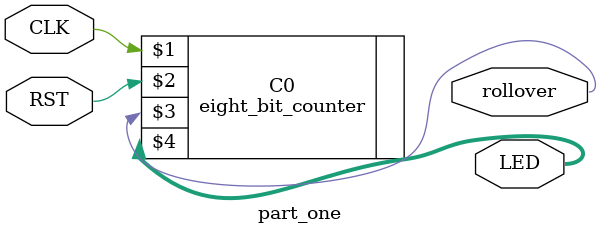
<source format=v>
`timescale 1ns / 1ps

module part_one(CLK, RST, rollover, LED);

    parameter n = 8;
    
    input          CLK;
    input          RST;
    output         rollover;
    output [n-1:0] LED;     
    
eight_bit_counter C0(CLK, RST, rollover, LED);
    defparam C0.k = 20; 

endmodule

</source>
